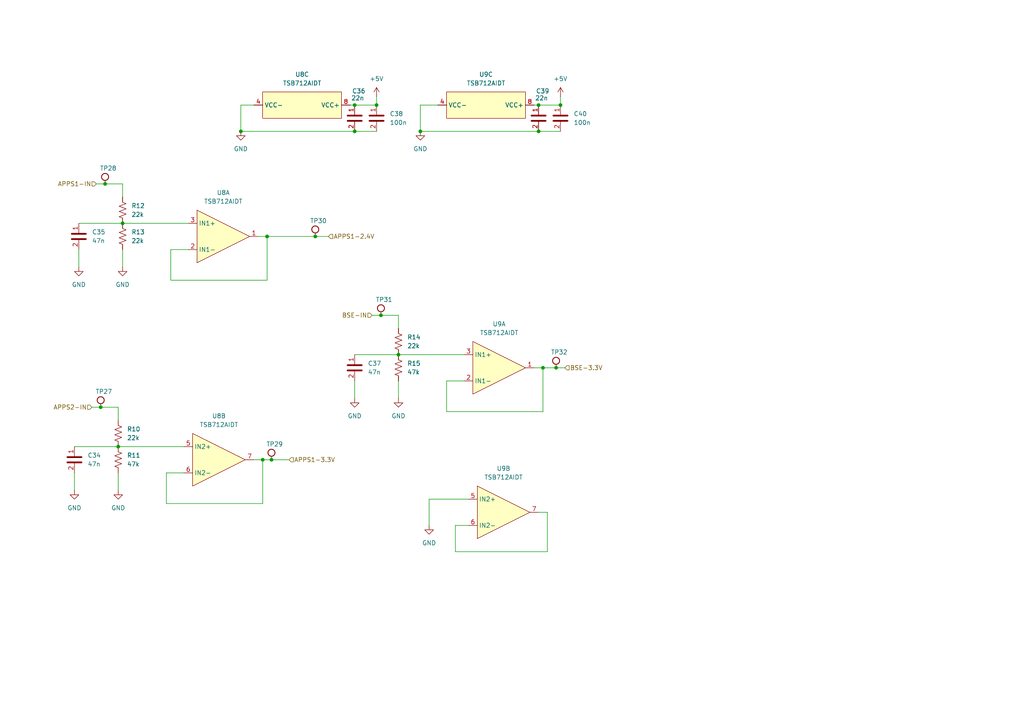
<source format=kicad_sch>
(kicad_sch (version 20250114) (generator "eeschema") (generator_version "9.0")
  (paper "A4")
  (lib_symbols
    (symbol ".Test-Point:RH-5015" (pin_numbers (hide yes)) (pin_names (hide yes))
      (property "Reference" "TP" (at 0 -15.24 0))
      (property "Value" "RH-5015" (at 0 -11.43 0))
      (symbol "RH-5015_1_1"
        (circle (center 0 2.032) (radius 1.016) (stroke (width 0.254)))
        (pin passive line (at 0 0 90) (length 0.9906) (name "1") (number "1"))
      )
    )
    (symbol "BFR Capacitors:0402B223K500NT"
      (property "Reference" "C" (at 0 2.54 0))
      (property "Value" "22n" (at 1.27 2.54 0))
      (symbol "0402B223K500NT_0_1"
        (polyline (pts (xy -2.032 0.762) (xy 2.032 0.762)) (stroke (width 0.508)))
        (polyline (pts (xy -2.032 -0.762) (xy 2.032 -0.762)) (stroke (width 0.508)))
      )
      (symbol "0402B223K500NT_1_1"
        (pin passive line (at 0 3.81 270) (length 2.794) (name "~") (number "1"))
        (pin passive line (at 0 -3.81 90) (length 2.794) (name "~") (number "2"))
      )
    )
    (symbol "BFR Capacitors:06035C104KAT2A"
      (property "Reference" "C" (at 0 2.54 0))
      (property "Value" "100n" (at 1.27 2.54 0))
      (symbol "06035C104KAT2A_0_1"
        (polyline (pts (xy -2.032 0.762) (xy 2.032 0.762)) (stroke (width 0.508)))
        (polyline (pts (xy -2.032 -0.762) (xy 2.032 -0.762)) (stroke (width 0.508)))
      )
      (symbol "06035C104KAT2A_1_1"
        (pin passive line (at 0 3.81 270) (length 2.794) (name "~") (number "1"))
        (pin passive line (at 0 -3.81 90) (length 2.794) (name "~") (number "2"))
      )
    )
    (symbol "BFR Capacitors:VJ0603Y473KXAAC"
      (property "Reference" "C" (at 0 2.54 0))
      (property "Value" "47n" (at 1.27 2.54 0))
      (symbol "VJ0603Y473KXAAC_0_1"
        (polyline (pts (xy -2.032 0.762) (xy 2.032 0.762)) (stroke (width 0.508)))
        (polyline (pts (xy -2.032 -0.762) (xy 2.032 -0.762)) (stroke (width 0.508)))
      )
      (symbol "VJ0603Y473KXAAC_1_1"
        (pin passive line (at 0 3.81 270) (length 2.794) (name "~") (number "1"))
        (pin passive line (at 0 -3.81 90) (length 2.794) (name "~") (number "2"))
      )
    )
    (symbol "BFR Resistors:RMCF0603FT22K0" (pin_numbers (hide yes))
      (property "Reference" "R" (at 0 2.54 0))
      (property "Value" "22k" (at 1.27 2.54 0))
      (symbol "RMCF0603FT22K0_0_1"
        (polyline (pts (xy -2.286 0) (xy -2.54 0)))
        (polyline (pts (xy -2.286 0) (xy -1.905 1.016) (xy -1.524 0) (xy -1.143 -1.016) (xy -0.762 0)))
        (polyline (pts (xy -0.762 0) (xy -0.381 1.016) (xy 0 0) (xy 0.381 -1.016) (xy 0.762 0)))
        (polyline (pts (xy 0.762 0) (xy 1.143 1.016) (xy 1.524 0) (xy 1.905 -1.016) (xy 2.286 0)))
        (polyline (pts (xy 2.286 0) (xy 2.54 0)))
      )
      (symbol "RMCF0603FT22K0_1_1"
        (pin passive line (at -3.81 0 0) (length 1.27) (name "~") (number "1"))
        (pin passive line (at 3.81 0 180) (length 1.27) (name "~") (number "2"))
      )
    )
    (symbol "BFR Resistors:RMCF0603FT47K0" (pin_numbers (hide yes))
      (property "Reference" "R" (at 0 2.54 0))
      (property "Value" "47k" (at 1.27 2.54 0))
      (symbol "RMCF0603FT47K0_0_1"
        (polyline (pts (xy -2.286 0) (xy -2.54 0)))
        (polyline (pts (xy -2.286 0) (xy -1.905 1.016) (xy -1.524 0) (xy -1.143 -1.016) (xy -0.762 0)))
        (polyline (pts (xy -0.762 0) (xy -0.381 1.016) (xy 0 0) (xy 0.381 -1.016) (xy 0.762 0)))
        (polyline (pts (xy 0.762 0) (xy 1.143 1.016) (xy 1.524 0) (xy 1.905 -1.016) (xy 2.286 0)))
        (polyline (pts (xy 2.286 0) (xy 2.54 0)))
      )
      (symbol "RMCF0603FT47K0_1_1"
        (pin passive line (at -3.81 0 0) (length 1.27) (name "~") (number "1"))
        (pin passive line (at 3.81 0 180) (length 1.27) (name "~") (number "2"))
      )
    )
    (symbol "TSB712AIDT-Opamp:TSB712AIDT"
      (property "Reference" "U" (at 0 0 0))
      (property "Value" "TSB712AIDT" (at -0.254 -2.54 0))
      (symbol "TSB712AIDT_1_1"
        (polyline (pts (xy -7.62 -3.81) (xy -7.62 -19.05) (xy 7.62 -11.43) (xy -7.62 -3.81)) (fill (type color) (color 255 255 195 1)))
        (pin input line (at -10.16 -7.62 0) (length 2.54) (name "IN1+") (number "3"))
        (pin input line (at -10.16 -15.24 0) (length 2.54) (name "IN1-") (number "2"))
        (pin input line (at 10.16 -11.43 180) (length 2.54) (name "") (number "1"))
      )
      (symbol "TSB712AIDT_2_1"
        (polyline (pts (xy -8.89 -3.81) (xy -8.89 -19.05) (xy 6.35 -11.43) (xy -8.89 -3.81)) (fill (type color) (color 255 255 195 1)))
        (pin input line (at -11.43 -7.62 0) (length 2.54) (name "IN2+") (number "5"))
        (pin input line (at -11.43 -15.24 0) (length 2.54) (name "IN2-") (number "6"))
        (pin input line (at 8.89 -11.43 180) (length 2.54) (name "") (number "7"))
      )
      (symbol "TSB712AIDT_3_1"
        (rectangle (start -11.43 -7.62) (end 11.43 -15.24) (fill (type color) (color 255 255 195 1)))
        (pin input line (at -13.97 -11.43 0) (length 2.54) (name "VCC-") (number "4"))
        (pin input line (at 13.97 -11.43 180) (length 2.54) (name "VCC+") (number "8"))
      )
    )
    (symbol "power:+5V" (power) (pin_numbers (hide yes)) (pin_names (offset 0) (hide yes))
      (property "Value" "+5V" (at 0 3.556 0))
      (symbol "+5V_0_1"
        (polyline (pts (xy -0.762 1.27) (xy 0 2.54)))
        (polyline (pts (xy 0 2.54) (xy 0.762 1.27)))
        (polyline (pts (xy 0 0) (xy 0 2.54)))
      )
      (symbol "+5V_1_1"
        (pin power_in line (at 0 0 90) (length 0) (name "~") (number "1"))
      )
    )
    (symbol "power:GND" (power) (pin_numbers (hide yes)) (pin_names (offset 0) (hide yes))
      (property "Value" "GND" (at 0 -3.81 0))
      (symbol "GND_0_1"
        (polyline (pts (xy 0 0) (xy 0 -1.27) (xy 1.27 -1.27) (xy 0 -2.54) (xy -1.27 -1.27) (xy 0 -1.27)))
      )
      (symbol "GND_1_1"
        (pin power_in line (at 0 0 270) (length 0) (name "~") (number "1"))
      )
    )
  )
  (junction (at 30.48 53.34))
  (junction (at 109.22 30.48))
  (junction (at 91.44 68.58))
  (junction (at 162.56 30.48))
  (junction (at 121.92 38.1))
  (junction (at 29.21 118.11))
  (junction (at 35.56 64.77))
  (junction (at 115.57 102.87))
  (junction (at 69.85 38.1))
  (junction (at 110.49 91.44))
  (junction (at 102.87 38.1))
  (junction (at 76.2 133.35))
  (junction (at 102.87 30.48))
  (junction (at 77.47 68.58))
  (junction (at 78.74 133.35))
  (junction (at 34.29 129.54))
  (junction (at 156.21 38.1))
  (junction (at 161.29 106.68))
  (junction (at 156.21 30.48))
  (junction (at 157.48 106.68))
  (wire (pts (xy 34.29 118.11) (xy 34.29 121.92)))
  (wire (pts (xy 91.44 68.58) (xy 95.25 68.58)))
  (wire (pts (xy 109.22 30.48) (xy 109.22 27.94)))
  (wire (pts (xy 162.56 30.48) (xy 162.56 27.94)))
  (wire (pts (xy 107.95 91.44) (xy 110.49 91.44)))
  (wire (pts (xy 76.2 133.35) (xy 73.66 133.35)))
  (wire (pts (xy 76.2 146.05) (xy 76.2 133.35)))
  (wire (pts (xy 156.21 38.1) (xy 162.56 38.1)))
  (wire (pts (xy 135.89 152.4) (xy 132.08 152.4)))
  (wire (pts (xy 158.75 160.02) (xy 158.75 148.59)))
  (wire (pts (xy 48.26 146.05) (xy 76.2 146.05)))
  (wire (pts (xy 132.08 152.4) (xy 132.08 160.02)))
  (wire (pts (xy 157.48 106.68) (xy 161.29 106.68)))
  (wire (pts (xy 121.92 38.1) (xy 156.21 38.1)))
  (wire (pts (xy 77.47 68.58) (xy 91.44 68.58)))
  (wire (pts (xy 127 30.48) (xy 121.92 30.48)))
  (wire (pts (xy 129.54 110.49) (xy 129.54 119.38)))
  (wire (pts (xy 22.86 64.77) (xy 35.56 64.77)))
  (wire (pts (xy 69.85 30.48) (xy 69.85 38.1)))
  (wire (pts (xy 124.46 144.78) (xy 135.89 144.78)))
  (wire (pts (xy 78.74 133.35) (xy 83.82 133.35)))
  (wire (pts (xy 29.21 118.11) (xy 34.29 118.11)))
  (wire (pts (xy 102.87 38.1) (xy 109.22 38.1)))
  (wire (pts (xy 77.47 81.28) (xy 77.47 68.58)))
  (wire (pts (xy 154.94 30.48) (xy 156.21 30.48)))
  (wire (pts (xy 35.56 64.77) (xy 54.61 64.77)))
  (wire (pts (xy 77.47 68.58) (xy 74.93 68.58)))
  (wire (pts (xy 35.56 53.34) (xy 35.56 57.15)))
  (wire (pts (xy 69.85 38.1) (xy 102.87 38.1)))
  (wire (pts (xy 115.57 102.87) (xy 134.62 102.87)))
  (wire (pts (xy 35.56 72.39) (xy 35.56 77.47)))
  (wire (pts (xy 115.57 110.49) (xy 115.57 115.57)))
  (wire (pts (xy 134.62 110.49) (xy 129.54 110.49)))
  (wire (pts (xy 101.6 30.48) (xy 102.87 30.48)))
  (wire (pts (xy 156.21 30.48) (xy 162.56 30.48)))
  (wire (pts (xy 110.49 91.44) (xy 115.57 91.44)))
  (wire (pts (xy 54.61 72.39) (xy 49.53 72.39)))
  (wire (pts (xy 102.87 102.87) (xy 115.57 102.87)))
  (wire (pts (xy 49.53 81.28) (xy 77.47 81.28)))
  (wire (pts (xy 161.29 106.68) (xy 163.83 106.68)))
  (wire (pts (xy 102.87 110.49) (xy 102.87 115.57)))
  (wire (pts (xy 157.48 119.38) (xy 157.48 106.68)))
  (wire (pts (xy 34.29 137.16) (xy 34.29 142.24)))
  (wire (pts (xy 73.66 30.48) (xy 69.85 30.48)))
  (wire (pts (xy 76.2 133.35) (xy 78.74 133.35)))
  (wire (pts (xy 129.54 119.38) (xy 157.48 119.38)))
  (wire (pts (xy 34.29 129.54) (xy 53.34 129.54)))
  (wire (pts (xy 48.26 137.16) (xy 48.26 146.05)))
  (wire (pts (xy 21.59 137.16) (xy 21.59 142.24)))
  (wire (pts (xy 115.57 91.44) (xy 115.57 95.25)))
  (wire (pts (xy 157.48 106.68) (xy 154.94 106.68)))
  (wire (pts (xy 121.92 30.48) (xy 121.92 38.1)))
  (wire (pts (xy 27.94 53.34) (xy 30.48 53.34)))
  (wire (pts (xy 158.75 148.59) (xy 156.21 148.59)))
  (wire (pts (xy 26.67 118.11) (xy 29.21 118.11)))
  (wire (pts (xy 21.59 129.54) (xy 34.29 129.54)))
  (wire (pts (xy 30.48 53.34) (xy 35.56 53.34)))
  (wire (pts (xy 132.08 160.02) (xy 158.75 160.02)))
  (wire (pts (xy 102.87 30.48) (xy 109.22 30.48)))
  (wire (pts (xy 53.34 137.16) (xy 48.26 137.16)))
  (wire (pts (xy 49.53 72.39) (xy 49.53 81.28)))
  (wire (pts (xy 124.46 152.4) (xy 124.46 144.78)))
  (wire (pts (xy 22.86 72.39) (xy 22.86 77.47)))
  (hierarchical_label "BSE-3.3V" (shape input) (at 163.83 106.68 0))
  (hierarchical_label "APPS1-IN" (shape input) (at 27.94 53.34 180))
  (hierarchical_label "BSE-IN" (shape input) (at 107.95 91.44 180))
  (hierarchical_label "APPS2-IN" (shape input) (at 26.67 118.11 180))
  (hierarchical_label "APPS1-3.3V" (shape input) (at 83.82 133.35 0))
  (hierarchical_label "APPS1-2.4V" (shape input) (at 95.25 68.58 0))
  (symbol (lib_id "BFR Capacitors:0402B223K500NT") (at 156.21 34.29 0) (unit 1)
    (property "Reference" "C39" (at 155.448 26.416 0) (effects (justify left)))
    (property "Value" "22n" (at 155.194 28.448 0) (effects (justify left)))
    (property "Footprint" "Capacitor_SMD:C_0402_1005Metric_Pad0.74x0.62mm_HandSolder" (effects (hide yes)))
    (property "Description" "22nF±10% X7R 50V JLCPCB Basic 0402 Capacitor" (effects (hide yes)))
    (property "Sim.Device" "SUBCKT" (effects (hide yes)))
    (property "Sim.Pins" "1=P1 2=P2" (effects (hide yes)))
    (property "Sim.Library" "${BFRUH_DIR}/Electronics/spice_models/bfr_capacitors/0402B223K500NT.lib" (effects (hide yes)))
    (property "Sim.Name" "0402B223K500NT" (effects (hide yes)))
    (property "Pretty Name" "22nF X7R 50V 0402 Capacitor" (effects (hide yes)))
    (property "Order From" "LCSC" (effects (hide yes)))
    (property "LCSC P/N" "C1532" (effects (hide yes)))
    (property "JLCPCB Basic Part" "Yes" (effects (hide yes)))
    (property "Created by" "capacitor_generator.py script using jlcbasic_additional_capacitor_spec.txt" (effects (hide yes)))
  )
  (symbol (lib_id "TSB712AIDT-Opamp:TSB712AIDT") (at 64.77 121.92 0) (unit 2)
    (property "Reference" "U8" (at 63.5 120.65 0))
    (property "Value" "TSB712AIDT" (at 63.5 123.19 0))
    (property "Footprint" "Package_SO:SOIC-8_3.9x4.9mm_P1.27mm" (effects (hide yes)))
    (property "Datasheet" "https://www.st.com/resource/en/datasheet/tsb711.pdf" (effects (hide yes)))
    (property "LCSC P/N" "C2971690" (effects (hide yes)))
    (property "Mouser P/N" "511-TSB712AIDT " (effects (hide yes)))
  )
  (symbol (lib_id "power:GND") (at 121.92 38.1 0) (unit 1)
    (property "Reference" "#PWR052" (effects (hide yes)))
    (property "Value" "GND" (at 121.92 43.18 0))
    (property "Description" "Power symbol creates a global label with name \"GND\" , ground" (effects (hide yes)))
  )
  (symbol (lib_id "power:GND") (at 124.46 152.4 0) (unit 1)
    (property "Reference" "#PWR053" (effects (hide yes)))
    (property "Value" "GND" (at 124.46 157.48 0))
    (property "Description" "Power symbol creates a global label with name \"GND\" , ground" (effects (hide yes)))
  )
  (symbol (lib_id "BFR Capacitors:VJ0603Y473KXAAC") (at 21.59 133.35 0) (unit 1)
    (property "Reference" "C34" (at 25.4 132.0799 0) (effects (justify left)))
    (property "Value" "47n" (at 25.4 134.6199 0) (effects (justify left)))
    (property "Footprint" "Capacitor_SMD:C_0603_1608Metric_Pad1.08x0.95mm_HandSolder" (effects (hide yes)))
    (property "Description" "47nF±10% X7R 16V JLCPCB Basic 0603 Capacitor" (effects (hide yes)))
    (property "Sim.Device" "SUBCKT" (effects (hide yes)))
    (property "Sim.Pins" "1=P1 2=P2" (effects (hide yes)))
    (property "Sim.Library" "${BFRUH_DIR}/Electronics/spice_models/bfr_capacitors/VJ0603Y473KXAAC.lib" (effects (hide yes)))
    (property "Sim.Name" "VJ0603Y473KXAAC" (effects (hide yes)))
    (property "Pretty Name" "47nF 16V 0603 Capacitor" (effects (hide yes)))
    (property "Order From" "LCSC" (effects (hide yes)))
    (property "Digikey P/N" "720-VJ0603Y473KXAACCT-ND" (effects (hide yes)))
    (property "Mouser P/N" "77-VJ0603Y473KXAAC" (effects (hide yes)))
    (property "LCSC P/N" "C1622" (effects (hide yes)))
    (property "JLCPCB Basic Part" "Yes" (effects (hide yes)))
    (property "Created by" "capacitor_generator.py script using capacitor_bible_spec.txt" (effects (hide yes)))
  )
  (symbol (lib_id "BFR Resistors:RMCF0603FT47K0") (at 34.29 133.35 90) (unit 1)
    (property "Reference" "R11" (at 36.83 132.0799 90) (effects (justify right)))
    (property "Value" "47k" (at 36.83 134.6199 90) (effects (justify right)))
    (property "Footprint" "Resistor_SMD:R_0603_1608Metric_Pad0.98x0.95mm_HandSolder" (effects (hide yes)))
    (property "Datasheet" "https://www.seielect.com/catalog/sei-rmcf_rmcp.pdf" (effects (hide yes)))
    (property "Description" "47kΩ 0603 JLCPCB Basic Resistor" (effects (hide yes)))
    (property "Sim.Device" "SUBCKT" (effects (hide yes)))
    (property "Sim.Pins" "1=P1 2=P2" (effects (hide yes)))
    (property "Sim.Library" "${BFRUH_DIR}/Electronics/spice_models/bfr_resistors/RMCF0603FT47K0.lib" (effects (hide yes)))
    (property "Sim.Name" "RMCF0603FT47K0" (effects (hide yes)))
    (property "Pretty Name" "47kΩ 0603 Resistor" (effects (hide yes)))
    (property "Order From" "LCSC" (effects (hide yes)))
    (property "Digikey P/N" "RMCF0603FT47K0CT-ND" (effects (hide yes)))
    (property "Mouser P/N" "708-RMCF0603FT47K0" (effects (hide yes)))
    (property "LCSC P/N" "C25819" (effects (hide yes)))
    (property "JLCPCB Basic Part" "Yes" (effects (hide yes)))
    (property "Created by" "resistor_generator.py script using e24_resistor_bible_spec.txt" (effects (hide yes)))
  )
  (symbol (lib_id "power:+5V") (at 109.22 27.94 0) (mirror y) (unit 1)
    (property "Reference" "#PWR050" (effects (hide yes)))
    (property "Value" "+5V" (at 109.22 22.86 0))
    (property "Description" "Power symbol creates a global label with name \"+5V\"" (effects (hide yes)))
  )
  (symbol (lib_id "BFR Capacitors:VJ0603Y473KXAAC") (at 22.86 68.58 0) (unit 1)
    (property "Reference" "C35" (at 26.67 67.3099 0) (effects (justify left)))
    (property "Value" "47n" (at 26.67 69.8499 0) (effects (justify left)))
    (property "Footprint" "Capacitor_SMD:C_0603_1608Metric_Pad1.08x0.95mm_HandSolder" (effects (hide yes)))
    (property "Description" "47nF±10% X7R 16V JLCPCB Basic 0603 Capacitor" (effects (hide yes)))
    (property "Sim.Device" "SUBCKT" (effects (hide yes)))
    (property "Sim.Pins" "1=P1 2=P2" (effects (hide yes)))
    (property "Sim.Library" "${BFRUH_DIR}/Electronics/spice_models/bfr_capacitors/VJ0603Y473KXAAC.lib" (effects (hide yes)))
    (property "Sim.Name" "VJ0603Y473KXAAC" (effects (hide yes)))
    (property "Pretty Name" "47nF 16V 0603 Capacitor" (effects (hide yes)))
    (property "Order From" "LCSC" (effects (hide yes)))
    (property "Digikey P/N" "720-VJ0603Y473KXAACCT-ND" (effects (hide yes)))
    (property "Mouser P/N" "77-VJ0603Y473KXAAC" (effects (hide yes)))
    (property "LCSC P/N" "C1622" (effects (hide yes)))
    (property "JLCPCB Basic Part" "Yes" (effects (hide yes)))
    (property "Created by" "capacitor_generator.py script using capacitor_bible_spec.txt" (effects (hide yes)))
  )
  (symbol (lib_id "BFR Resistors:RMCF0603FT22K0") (at 35.56 68.58 90) (unit 1)
    (property "Reference" "R13" (at 38.1 67.3099 90) (effects (justify right)))
    (property "Value" "22k" (at 38.1 69.8499 90) (effects (justify right)))
    (property "Footprint" "Resistor_SMD:R_0603_1608Metric_Pad0.98x0.95mm_HandSolder" (effects (hide yes)))
    (property "Datasheet" "https://www.seielect.com/catalog/sei-rmcf_rmcp.pdf" (effects (hide yes)))
    (property "Description" "22kΩ 0603 JLCPCB Basic Resistor" (effects (hide yes)))
    (property "Sim.Device" "SUBCKT" (effects (hide yes)))
    (property "Sim.Pins" "1=P1 2=P2" (effects (hide yes)))
    (property "Sim.Library" "${BFRUH_DIR}/Electronics/spice_models/bfr_resistors/RMCF0603FT22K0.lib" (effects (hide yes)))
    (property "Sim.Name" "RMCF0603FT22K0" (effects (hide yes)))
    (property "Pretty Name" "22kΩ 0603 Resistor" (effects (hide yes)))
    (property "Order From" "LCSC" (effects (hide yes)))
    (property "Digikey P/N" "RMCF0603FT22K0CT-ND" (effects (hide yes)))
    (property "Mouser P/N" "708-RMCF0603FT22K0" (effects (hide yes)))
    (property "LCSC P/N" "C31850" (effects (hide yes)))
    (property "JLCPCB Basic Part" "Yes" (effects (hide yes)))
    (property "Created by" "resistor_generator.py script using e24_resistor_bible_spec.txt" (effects (hide yes)))
  )
  (symbol (lib_id ".Test-Point:RH-5015") (at 29.21 118.11 0) (unit 1)
    (property "Reference" "TP27" (at 27.6868 112.8537 0) (effects (justify left top)))
    (property "Value" "RH-5015" (effects (hide yes)))
    (property "Footprint" "TestPoint:TestPoint_Keystone_5015_Micro_Mini" (effects (hide yes)))
    (property "Datasheet" "https://wmsc.lcsc.com/wmsc/upload/file/pdf/v2/lcsc/2310260935_ronghe-RH-5015_C5199798.pdf" (effects (hide yes)))
    (property "Description" "Surface-mount grabby test point" (effects (hide yes)))
    (property "Link" "https://jlcpcb.com/partdetail/Ronghe-RH5015/C5199798" (effects (hide yes)))
    (property "Digikey P/N" "36-5015CT-ND" (effects (hide yes)))
    (property "Mouser P/N" "534-5015" (effects (hide yes)))
    (property "LCSC P/N" "C5199798" (effects (hide yes)))
    (property "Manufacturer" "Ronghe" (effects (hide yes)))
    (property "Manufacturer P/N" "RH-5015" (effects (hide yes)))
    (property "LCSC Part #" "C5199798" (effects (hide yes)))
  )
  (symbol (lib_id "BFR Resistors:RMCF0603FT22K0") (at 115.57 99.06 90) (unit 1)
    (property "Reference" "R14" (at 118.11 97.7899 90) (effects (justify right)))
    (property "Value" "22k" (at 118.11 100.3299 90) (effects (justify right)))
    (property "Footprint" "Resistor_SMD:R_0603_1608Metric_Pad0.98x0.95mm_HandSolder" (effects (hide yes)))
    (property "Datasheet" "https://www.seielect.com/catalog/sei-rmcf_rmcp.pdf" (effects (hide yes)))
    (property "Description" "22kΩ 0603 JLCPCB Basic Resistor" (effects (hide yes)))
    (property "Sim.Device" "SUBCKT" (effects (hide yes)))
    (property "Sim.Pins" "1=P1 2=P2" (effects (hide yes)))
    (property "Sim.Library" "${BFRUH_DIR}/Electronics/spice_models/bfr_resistors/RMCF0603FT22K0.lib" (effects (hide yes)))
    (property "Sim.Name" "RMCF0603FT22K0" (effects (hide yes)))
    (property "Pretty Name" "22kΩ 0603 Resistor" (effects (hide yes)))
    (property "Order From" "LCSC" (effects (hide yes)))
    (property "Digikey P/N" "RMCF0603FT22K0CT-ND" (effects (hide yes)))
    (property "Mouser P/N" "708-RMCF0603FT22K0" (effects (hide yes)))
    (property "LCSC P/N" "C31850" (effects (hide yes)))
    (property "JLCPCB Basic Part" "Yes" (effects (hide yes)))
    (property "Created by" "resistor_generator.py script using e24_resistor_bible_spec.txt" (effects (hide yes)))
  )
  (symbol (lib_id "TSB712AIDT-Opamp:TSB712AIDT") (at 140.97 19.05 0) (unit 3)
    (property "Reference" "U9" (at 140.97 21.59 0))
    (property "Value" "TSB712AIDT" (at 140.97 24.13 0))
    (property "Footprint" "Package_SO:SOIC-8_3.9x4.9mm_P1.27mm" (effects (hide yes)))
    (property "Datasheet" "https://www.st.com/resource/en/datasheet/tsb711.pdf" (effects (hide yes)))
    (property "LCSC P/N" "C2971690" (effects (hide yes)))
    (property "Mouser P/N" "511-TSB712AIDT " (effects (hide yes)))
  )
  (symbol (lib_id "TSB712AIDT-Opamp:TSB712AIDT") (at 87.63 19.05 0) (unit 3)
    (property "Reference" "U8" (at 87.63 21.59 0))
    (property "Value" "TSB712AIDT" (at 87.63 24.13 0))
    (property "Footprint" "Package_SO:SOIC-8_3.9x4.9mm_P1.27mm" (effects (hide yes)))
    (property "Datasheet" "https://www.st.com/resource/en/datasheet/tsb711.pdf" (effects (hide yes)))
    (property "LCSC P/N" "C2971690" (effects (hide yes)))
    (property "Mouser P/N" "511-TSB712AIDT " (effects (hide yes)))
  )
  (symbol (lib_id "BFR Resistors:RMCF0603FT22K0") (at 35.56 60.96 90) (unit 1)
    (property "Reference" "R12" (at 38.1 59.6899 90) (effects (justify right)))
    (property "Value" "22k" (at 38.1 62.2299 90) (effects (justify right)))
    (property "Footprint" "Resistor_SMD:R_0603_1608Metric_Pad0.98x0.95mm_HandSolder" (effects (hide yes)))
    (property "Datasheet" "https://www.seielect.com/catalog/sei-rmcf_rmcp.pdf" (effects (hide yes)))
    (property "Description" "22kΩ 0603 JLCPCB Basic Resistor" (effects (hide yes)))
    (property "Sim.Device" "SUBCKT" (effects (hide yes)))
    (property "Sim.Pins" "1=P1 2=P2" (effects (hide yes)))
    (property "Sim.Library" "${BFRUH_DIR}/Electronics/spice_models/bfr_resistors/RMCF0603FT22K0.lib" (effects (hide yes)))
    (property "Sim.Name" "RMCF0603FT22K0" (effects (hide yes)))
    (property "Pretty Name" "22kΩ 0603 Resistor" (effects (hide yes)))
    (property "Order From" "LCSC" (effects (hide yes)))
    (property "Digikey P/N" "RMCF0603FT22K0CT-ND" (effects (hide yes)))
    (property "Mouser P/N" "708-RMCF0603FT22K0" (effects (hide yes)))
    (property "LCSC P/N" "C31850" (effects (hide yes)))
    (property "JLCPCB Basic Part" "Yes" (effects (hide yes)))
    (property "Created by" "resistor_generator.py script using e24_resistor_bible_spec.txt" (effects (hide yes)))
  )
  (symbol (lib_id "power:GND") (at 115.57 115.57 0) (unit 1)
    (property "Reference" "#PWR051" (effects (hide yes)))
    (property "Value" "GND" (at 115.57 120.65 0))
    (property "Description" "Power symbol creates a global label with name \"GND\" , ground" (effects (hide yes)))
  )
  (symbol (lib_id "BFR Capacitors:06035C104KAT2A") (at 162.56 34.29 0) (unit 1)
    (property "Reference" "C40" (at 166.37 33.0199 0) (effects (justify left)))
    (property "Value" "100n" (at 166.37 35.5599 0) (effects (justify left)))
    (property "Footprint" "Capacitor_SMD:C_0603_1608Metric_Pad1.08x0.95mm_HandSolder" (effects (hide yes)))
    (property "Description" "100nF±10% X7R 16V JLCPCB Basic 0603 Capacitor" (effects (hide yes)))
    (property "Sim.Device" "SUBCKT" (effects (hide yes)))
    (property "Sim.Pins" "1=P1 2=P2" (effects (hide yes)))
    (property "Sim.Library" "${BFRUH_DIR}/Electronics/spice_models/bfr_capacitors/06035C104KAT2A.lib" (effects (hide yes)))
    (property "Sim.Name" "06035C104KAT2A" (effects (hide yes)))
    (property "Pretty Name" "100nF 16V 0603 Capacitor" (effects (hide yes)))
    (property "Order From" "LCSC" (effects (hide yes)))
    (property "Digikey P/N" "478-KGM15BR71H104KTCT-ND" (effects (hide yes)))
    (property "Mouser P/N" "581-06035C104KAT2A" (effects (hide yes)))
    (property "LCSC P/N" "C14663" (effects (hide yes)))
    (property "JLCPCB Basic Part" "Yes" (effects (hide yes)))
    (property "Created by" "capacitor_generator.py script using capacitor_bible_spec.txt" (effects (hide yes)))
  )
  (symbol (lib_id "TSB712AIDT-Opamp:TSB712AIDT") (at 64.77 57.15 0) (unit 1)
    (property "Reference" "U8" (at 64.77 55.88 0))
    (property "Value" "TSB712AIDT" (at 64.77 58.42 0))
    (property "Footprint" "Package_SO:SOIC-8_3.9x4.9mm_P1.27mm" (effects (hide yes)))
    (property "Datasheet" "https://www.st.com/resource/en/datasheet/tsb711.pdf" (effects (hide yes)))
    (property "LCSC P/N" "C2971690" (effects (hide yes)))
    (property "Mouser P/N" "511-TSB712AIDT " (effects (hide yes)))
  )
  (symbol (lib_id "power:GND") (at 22.86 77.47 0) (unit 1)
    (property "Reference" "#PWR045" (effects (hide yes)))
    (property "Value" "GND" (at 22.86 82.55 0))
    (property "Description" "Power symbol creates a global label with name \"GND\" , ground" (effects (hide yes)))
  )
  (symbol (lib_id "TSB712AIDT-Opamp:TSB712AIDT") (at 144.78 95.25 0) (unit 1)
    (property "Reference" "U9" (at 144.78 93.98 0))
    (property "Value" "TSB712AIDT" (at 144.78 96.52 0))
    (property "Footprint" "Package_SO:SOIC-8_3.9x4.9mm_P1.27mm" (effects (hide yes)))
    (property "Datasheet" "https://www.st.com/resource/en/datasheet/tsb711.pdf" (effects (hide yes)))
    (property "LCSC P/N" "C2971690" (effects (hide yes)))
    (property "Mouser P/N" "511-TSB712AIDT " (effects (hide yes)))
  )
  (symbol (lib_id ".Test-Point:RH-5015") (at 110.49 91.44 0) (unit 1)
    (property "Reference" "TP31" (at 108.9668 86.1837 0) (effects (justify left top)))
    (property "Value" "RH-5015" (effects (hide yes)))
    (property "Footprint" "TestPoint:TestPoint_Keystone_5015_Micro_Mini" (effects (hide yes)))
    (property "Datasheet" "https://wmsc.lcsc.com/wmsc/upload/file/pdf/v2/lcsc/2310260935_ronghe-RH-5015_C5199798.pdf" (effects (hide yes)))
    (property "Description" "Surface-mount grabby test point" (effects (hide yes)))
    (property "Link" "https://jlcpcb.com/partdetail/Ronghe-RH5015/C5199798" (effects (hide yes)))
    (property "Digikey P/N" "36-5015CT-ND" (effects (hide yes)))
    (property "Mouser P/N" "534-5015" (effects (hide yes)))
    (property "LCSC P/N" "C5199798" (effects (hide yes)))
    (property "Manufacturer" "Ronghe" (effects (hide yes)))
    (property "Manufacturer P/N" "RH-5015" (effects (hide yes)))
    (property "LCSC Part #" "C5199798" (effects (hide yes)))
  )
  (symbol (lib_id "power:GND") (at 34.29 142.24 0) (unit 1)
    (property "Reference" "#PWR046" (effects (hide yes)))
    (property "Value" "GND" (at 34.29 147.32 0))
    (property "Description" "Power symbol creates a global label with name \"GND\" , ground" (effects (hide yes)))
  )
  (symbol (lib_id ".Test-Point:RH-5015") (at 30.48 53.34 0) (unit 1)
    (property "Reference" "TP28" (at 28.9568 48.0837 0) (effects (justify left top)))
    (property "Value" "RH-5015" (effects (hide yes)))
    (property "Footprint" "TestPoint:TestPoint_Keystone_5015_Micro_Mini" (effects (hide yes)))
    (property "Datasheet" "https://wmsc.lcsc.com/wmsc/upload/file/pdf/v2/lcsc/2310260935_ronghe-RH-5015_C5199798.pdf" (effects (hide yes)))
    (property "Description" "Surface-mount grabby test point" (effects (hide yes)))
    (property "Link" "https://jlcpcb.com/partdetail/Ronghe-RH5015/C5199798" (effects (hide yes)))
    (property "Digikey P/N" "36-5015CT-ND" (effects (hide yes)))
    (property "Mouser P/N" "534-5015" (effects (hide yes)))
    (property "LCSC P/N" "C5199798" (effects (hide yes)))
    (property "Manufacturer" "Ronghe" (effects (hide yes)))
    (property "Manufacturer P/N" "RH-5015" (effects (hide yes)))
    (property "LCSC Part #" "C5199798" (effects (hide yes)))
  )
  (symbol (lib_id "BFR Capacitors:VJ0603Y473KXAAC") (at 102.87 106.68 0) (unit 1)
    (property "Reference" "C37" (at 106.68 105.4099 0) (effects (justify left)))
    (property "Value" "47n" (at 106.68 107.9499 0) (effects (justify left)))
    (property "Footprint" "Capacitor_SMD:C_0603_1608Metric_Pad1.08x0.95mm_HandSolder" (effects (hide yes)))
    (property "Description" "47nF±10% X7R 16V JLCPCB Basic 0603 Capacitor" (effects (hide yes)))
    (property "Sim.Device" "SUBCKT" (effects (hide yes)))
    (property "Sim.Pins" "1=P1 2=P2" (effects (hide yes)))
    (property "Sim.Library" "${BFRUH_DIR}/Electronics/spice_models/bfr_capacitors/VJ0603Y473KXAAC.lib" (effects (hide yes)))
    (property "Sim.Name" "VJ0603Y473KXAAC" (effects (hide yes)))
    (property "Pretty Name" "47nF 16V 0603 Capacitor" (effects (hide yes)))
    (property "Order From" "LCSC" (effects (hide yes)))
    (property "Digikey P/N" "720-VJ0603Y473KXAACCT-ND" (effects (hide yes)))
    (property "Mouser P/N" "77-VJ0603Y473KXAAC" (effects (hide yes)))
    (property "LCSC P/N" "C1622" (effects (hide yes)))
    (property "JLCPCB Basic Part" "Yes" (effects (hide yes)))
    (property "Created by" "capacitor_generator.py script using capacitor_bible_spec.txt" (effects (hide yes)))
  )
  (symbol (lib_id "BFR Resistors:RMCF0603FT47K0") (at 115.57 106.68 90) (unit 1)
    (property "Reference" "R15" (at 118.11 105.4099 90) (effects (justify right)))
    (property "Value" "47k" (at 118.11 107.9499 90) (effects (justify right)))
    (property "Footprint" "Resistor_SMD:R_0603_1608Metric_Pad0.98x0.95mm_HandSolder" (effects (hide yes)))
    (property "Datasheet" "https://www.seielect.com/catalog/sei-rmcf_rmcp.pdf" (effects (hide yes)))
    (property "Description" "47kΩ 0603 JLCPCB Basic Resistor" (effects (hide yes)))
    (property "Sim.Device" "SUBCKT" (effects (hide yes)))
    (property "Sim.Pins" "1=P1 2=P2" (effects (hide yes)))
    (property "Sim.Library" "${BFRUH_DIR}/Electronics/spice_models/bfr_resistors/RMCF0603FT47K0.lib" (effects (hide yes)))
    (property "Sim.Name" "RMCF0603FT47K0" (effects (hide yes)))
    (property "Pretty Name" "47kΩ 0603 Resistor" (effects (hide yes)))
    (property "Order From" "LCSC" (effects (hide yes)))
    (property "Digikey P/N" "RMCF0603FT47K0CT-ND" (effects (hide yes)))
    (property "Mouser P/N" "708-RMCF0603FT47K0" (effects (hide yes)))
    (property "LCSC P/N" "C25819" (effects (hide yes)))
    (property "JLCPCB Basic Part" "Yes" (effects (hide yes)))
    (property "Created by" "resistor_generator.py script using e24_resistor_bible_spec.txt" (effects (hide yes)))
  )
  (symbol (lib_id ".Test-Point:RH-5015") (at 161.29 106.68 0) (unit 1)
    (property "Reference" "TP32" (at 159.7668 101.4237 0) (effects (justify left top)))
    (property "Value" "RH-5015" (effects (hide yes)))
    (property "Footprint" "TestPoint:TestPoint_Keystone_5015_Micro_Mini" (effects (hide yes)))
    (property "Datasheet" "https://wmsc.lcsc.com/wmsc/upload/file/pdf/v2/lcsc/2310260935_ronghe-RH-5015_C5199798.pdf" (effects (hide yes)))
    (property "Description" "Surface-mount grabby test point" (effects (hide yes)))
    (property "Link" "https://jlcpcb.com/partdetail/Ronghe-RH5015/C5199798" (effects (hide yes)))
    (property "Digikey P/N" "36-5015CT-ND" (effects (hide yes)))
    (property "Mouser P/N" "534-5015" (effects (hide yes)))
    (property "LCSC P/N" "C5199798" (effects (hide yes)))
    (property "Manufacturer" "Ronghe" (effects (hide yes)))
    (property "Manufacturer P/N" "RH-5015" (effects (hide yes)))
    (property "LCSC Part #" "C5199798" (effects (hide yes)))
  )
  (symbol (lib_id ".Test-Point:RH-5015") (at 78.74 133.35 0) (unit 1)
    (property "Reference" "TP29" (at 77.2168 128.0937 0) (effects (justify left top)))
    (property "Value" "RH-5015" (effects (hide yes)))
    (property "Footprint" "TestPoint:TestPoint_Keystone_5015_Micro_Mini" (effects (hide yes)))
    (property "Datasheet" "https://wmsc.lcsc.com/wmsc/upload/file/pdf/v2/lcsc/2310260935_ronghe-RH-5015_C5199798.pdf" (effects (hide yes)))
    (property "Description" "Surface-mount grabby test point" (effects (hide yes)))
    (property "Link" "https://jlcpcb.com/partdetail/Ronghe-RH5015/C5199798" (effects (hide yes)))
    (property "Digikey P/N" "36-5015CT-ND" (effects (hide yes)))
    (property "Mouser P/N" "534-5015" (effects (hide yes)))
    (property "LCSC P/N" "C5199798" (effects (hide yes)))
    (property "Manufacturer" "Ronghe" (effects (hide yes)))
    (property "Manufacturer P/N" "RH-5015" (effects (hide yes)))
    (property "LCSC Part #" "C5199798" (effects (hide yes)))
  )
  (symbol (lib_id "power:GND") (at 35.56 77.47 0) (unit 1)
    (property "Reference" "#PWR047" (effects (hide yes)))
    (property "Value" "GND" (at 35.56 82.55 0))
    (property "Description" "Power symbol creates a global label with name \"GND\" , ground" (effects (hide yes)))
  )
  (symbol (lib_id "BFR Capacitors:0402B223K500NT") (at 102.87 34.29 0) (unit 1)
    (property "Reference" "C36" (at 102.108 26.416 0) (effects (justify left)))
    (property "Value" "22n" (at 101.854 28.448 0) (effects (justify left)))
    (property "Footprint" "Capacitor_SMD:C_0402_1005Metric_Pad0.74x0.62mm_HandSolder" (effects (hide yes)))
    (property "Description" "22nF±10% X7R 50V JLCPCB Basic 0402 Capacitor" (effects (hide yes)))
    (property "Sim.Device" "SUBCKT" (effects (hide yes)))
    (property "Sim.Pins" "1=P1 2=P2" (effects (hide yes)))
    (property "Sim.Library" "${BFRUH_DIR}/Electronics/spice_models/bfr_capacitors/0402B223K500NT.lib" (effects (hide yes)))
    (property "Sim.Name" "0402B223K500NT" (effects (hide yes)))
    (property "Pretty Name" "22nF X7R 50V 0402 Capacitor" (effects (hide yes)))
    (property "Order From" "LCSC" (effects (hide yes)))
    (property "LCSC P/N" "C1532" (effects (hide yes)))
    (property "JLCPCB Basic Part" "Yes" (effects (hide yes)))
    (property "Created by" "capacitor_generator.py script using jlcbasic_additional_capacitor_spec.txt" (effects (hide yes)))
  )
  (symbol (lib_id "BFR Capacitors:06035C104KAT2A") (at 109.22 34.29 0) (unit 1)
    (property "Reference" "C38" (at 113.03 33.0199 0) (effects (justify left)))
    (property "Value" "100n" (at 113.03 35.5599 0) (effects (justify left)))
    (property "Footprint" "Capacitor_SMD:C_0603_1608Metric_Pad1.08x0.95mm_HandSolder" (effects (hide yes)))
    (property "Description" "100nF±10% X7R 16V JLCPCB Basic 0603 Capacitor" (effects (hide yes)))
    (property "Sim.Device" "SUBCKT" (effects (hide yes)))
    (property "Sim.Pins" "1=P1 2=P2" (effects (hide yes)))
    (property "Sim.Library" "${BFRUH_DIR}/Electronics/spice_models/bfr_capacitors/06035C104KAT2A.lib" (effects (hide yes)))
    (property "Sim.Name" "06035C104KAT2A" (effects (hide yes)))
    (property "Pretty Name" "100nF 16V 0603 Capacitor" (effects (hide yes)))
    (property "Order From" "LCSC" (effects (hide yes)))
    (property "Digikey P/N" "478-KGM15BR71H104KTCT-ND" (effects (hide yes)))
    (property "Mouser P/N" "581-06035C104KAT2A" (effects (hide yes)))
    (property "LCSC P/N" "C14663" (effects (hide yes)))
    (property "JLCPCB Basic Part" "Yes" (effects (hide yes)))
    (property "Created by" "capacitor_generator.py script using capacitor_bible_spec.txt" (effects (hide yes)))
  )
  (symbol (lib_id "power:GND") (at 69.85 38.1 0) (unit 1)
    (property "Reference" "#PWR048" (effects (hide yes)))
    (property "Value" "GND" (at 69.85 43.18 0))
    (property "Description" "Power symbol creates a global label with name \"GND\" , ground" (effects (hide yes)))
  )
  (symbol (lib_id "power:+5V") (at 162.56 27.94 0) (unit 1)
    (property "Reference" "#PWR054" (effects (hide yes)))
    (property "Value" "+5V" (at 162.56 22.86 0))
    (property "Description" "Power symbol creates a global label with name \"+5V\"" (effects (hide yes)))
  )
  (symbol (lib_id "TSB712AIDT-Opamp:TSB712AIDT") (at 147.32 137.16 0) (unit 2)
    (property "Reference" "U9" (at 146.05 135.89 0))
    (property "Value" "TSB712AIDT" (at 146.05 138.43 0))
    (property "Footprint" "Package_SO:SOIC-8_3.9x4.9mm_P1.27mm" (effects (hide yes)))
    (property "Datasheet" "https://www.st.com/resource/en/datasheet/tsb711.pdf" (effects (hide yes)))
    (property "LCSC P/N" "C2971690" (effects (hide yes)))
    (property "Mouser P/N" "511-TSB712AIDT " (effects (hide yes)))
  )
  (symbol (lib_id "power:GND") (at 102.87 115.57 0) (unit 1)
    (property "Reference" "#PWR049" (effects (hide yes)))
    (property "Value" "GND" (at 102.87 120.65 0))
    (property "Description" "Power symbol creates a global label with name \"GND\" , ground" (effects (hide yes)))
  )
  (symbol (lib_id "BFR Resistors:RMCF0603FT22K0") (at 34.29 125.73 90) (unit 1)
    (property "Reference" "R10" (at 36.83 124.4599 90) (effects (justify right)))
    (property "Value" "22k" (at 36.83 126.9999 90) (effects (justify right)))
    (property "Footprint" "Resistor_SMD:R_0603_1608Metric_Pad0.98x0.95mm_HandSolder" (effects (hide yes)))
    (property "Datasheet" "https://www.seielect.com/catalog/sei-rmcf_rmcp.pdf" (effects (hide yes)))
    (property "Description" "22kΩ 0603 JLCPCB Basic Resistor" (effects (hide yes)))
    (property "Sim.Device" "SUBCKT" (effects (hide yes)))
    (property "Sim.Pins" "1=P1 2=P2" (effects (hide yes)))
    (property "Sim.Library" "${BFRUH_DIR}/Electronics/spice_models/bfr_resistors/RMCF0603FT22K0.lib" (effects (hide yes)))
    (property "Sim.Name" "RMCF0603FT22K0" (effects (hide yes)))
    (property "Pretty Name" "22kΩ 0603 Resistor" (effects (hide yes)))
    (property "Order From" "LCSC" (effects (hide yes)))
    (property "Digikey P/N" "RMCF0603FT22K0CT-ND" (effects (hide yes)))
    (property "Mouser P/N" "708-RMCF0603FT22K0" (effects (hide yes)))
    (property "LCSC P/N" "C31850" (effects (hide yes)))
    (property "JLCPCB Basic Part" "Yes" (effects (hide yes)))
    (property "Created by" "resistor_generator.py script using e24_resistor_bible_spec.txt" (effects (hide yes)))
  )
  (symbol (lib_id ".Test-Point:RH-5015") (at 91.44 68.58 0) (unit 1)
    (property "Reference" "TP30" (at 89.9168 63.3237 0) (effects (justify left top)))
    (property "Value" "RH-5015" (effects (hide yes)))
    (property "Footprint" "TestPoint:TestPoint_Keystone_5015_Micro_Mini" (effects (hide yes)))
    (property "Datasheet" "https://wmsc.lcsc.com/wmsc/upload/file/pdf/v2/lcsc/2310260935_ronghe-RH-5015_C5199798.pdf" (effects (hide yes)))
    (property "Description" "Surface-mount grabby test point" (effects (hide yes)))
    (property "Link" "https://jlcpcb.com/partdetail/Ronghe-RH5015/C5199798" (effects (hide yes)))
    (property "Digikey P/N" "36-5015CT-ND" (effects (hide yes)))
    (property "Mouser P/N" "534-5015" (effects (hide yes)))
    (property "LCSC P/N" "C5199798" (effects (hide yes)))
    (property "Manufacturer" "Ronghe" (effects (hide yes)))
    (property "Manufacturer P/N" "RH-5015" (effects (hide yes)))
    (property "LCSC Part #" "C5199798" (effects (hide yes)))
  )
  (symbol (lib_id "power:GND") (at 21.59 142.24 0) (unit 1)
    (property "Reference" "#PWR044" (effects (hide yes)))
    (property "Value" "GND" (at 21.59 147.32 0))
    (property "Description" "Power symbol creates a global label with name \"GND\" , ground" (effects (hide yes)))
  )
)
</source>
